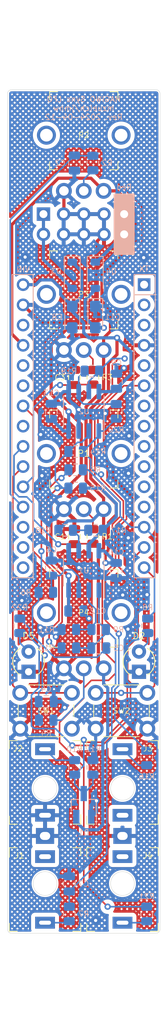
<source format=kicad_pcb>
(kicad_pcb (version 20240108) (generator "pcbnew") (generator_version "8.0")
  (layers (0 "F.Cu" signal) (31 "B.Cu" signal) (34 "B.Paste" user) (35 "F.Paste" user) (36 "B.SilkS" user "B.Silkscreen") (37 "F.SilkS" user "F.Silkscreen") (38 "B.Mask" user) (39 "F.Mask" user) (44 "Edge.Cuts" user))
  (net 0 "")
  (net 1 "+12V")
  (net 2 "GND")
  (net 3 "D10")
  (net 4 "+5V")
  (net 5 "A5")
  (net 6 "A3")
  (net 7 "D3")
  (net 8 "A1")
  (net 9 "A0")
  (net 10 "Net-(C5-Pad2)")
  (net 11 "Out")
  (net 13 "-12V")
  (net 17 "Net-(J1-PadT)")
  (net 18 "Net-(J2-PadT)")
  (net 19 "Net-(J3-PadT)")
  (net 20 "Net-(J4-PadT)")
  (net 21 "Net-(P1-PadW)")
  (net 22 "Net-(P2-PadW)")
  (net 23 "Net-(P3-PadW)")
  (net 24 "Net-(P4-PadW)")
  (net 27 "Net-(R14-Pad1)")
  (net 28 "-5VA")
  (net 31 "Net-(R19-Pad1)")
  (net 34 "D11")
  (net 35 "D12")
  (net 36 "A2")
  (net 37 "+3V3")
  (net 44 "Net-(U1A-+)")
  (net 45 "Net-(D2-A)")
  (net 46 "Net-(D3-A)")
  (net 47 "Net-(D4-K)")
  (net 48 "Net-(D5-A)")
  (net 49 "Net-(U1A--)")
  (net 50 "Net-(U2A--)")
  (net 51 "Net-(U1B--)")
  (net 52 "Net-(U2B--)")
  (footprint "Capacitor_SMD:C_0805_2012Metric" (layer "F.Cu") (at 58.9195 107.406 90)
    (property "Reference" "C1")
    (property "Value" "220p")
  )
  (footprint "Capacitor_SMD:C_0805_2012Metric" (layer "F.Cu") (at 58.9195 87.406 90)
    (property "Reference" "C3")
    (property "Value" "220p")
  )
  (footprint "LED_THT:LED_D3.0mm" (layer "F.Cu") (at 67.0505 124.39 90)
    (property "Reference" "D2")
    (property "Value" "LED" (hide yes))
  )
  (footprint "Connector_Audio_QingPu:Jack_3.5mm_QingPu_WQP-PJ301M-12" (layer "F.Cu") (at 64.975 139.04)
    (property "Reference" "J3")
    (property "Value" "BP_Inv_Out" (hide yes))
    (fp_circle (center 0 0) (end 1.5 0) (stroke (width 0.05)) (fill none) (layer "Edge.Cuts"))
  )
  (footprint "Connector_Audio_QingPu:Jack_3.5mm_QingPu_WQP-PJ301M-12" (layer "F.Cu") (at 64.975 151 180)
    (property "Reference" "J4")
    (property "Value" "BP_Out" (hide yes))
    (fp_circle (center 0 0) (end 1.5 0) (stroke (width 0.05)) (fill none) (layer "Edge.Cuts"))
  )
  (footprint "Potentiometer_THT_Additional:Potentiometer_AlpsAlpine_RK09L1140_wo_Fix" (layer "F.Cu") (at 60.1 96.96)
    (property "Reference" "P1")
    (property "Value" "B100K" (hide yes))
  )
  (footprint "Potentiometer_THT_Additional:Potentiometer_AlpsAlpine_RK09L1140" (layer "F.Cu") (at 60.1 56.96)
    (property "Reference" "P2")
    (property "Value" "B100K" (hide yes))
  )
  (footprint "Potentiometer_THT_Additional:Potentiometer_AlpsAlpine_RK09L1140_wo_Fix" (layer "F.Cu") (at 60.1 76.96)
    (property "Reference" "P3")
    (property "Value" "B100K" (hide yes))
  )
  (footprint "Potentiometer_THT_Additional:Potentiometer_AlpsAlpine_RK09L1140_wo_Fix" (layer "F.Cu") (at 60.1 116.96)
    (property "Reference" "P4")
    (property "Value" "B100K" (hide yes))
  )
  (footprint "Resistor_SMD:R_0805_2012Metric" (layer "F.Cu") (at 61.2495 87.386 90)
    (property "Reference" "R3")
    (property "Value" "470R")
  )
  (footprint "Resistor_SMD:R_0805_2012Metric" (layer "F.Cu") (at 61.2495 107.386 90)
    (property "Reference" "R1")
    (property "Value" "470R")
  )
  (footprint "Connector_Audio_QingPu:Jack_3.5mm_QingPu_WQP-PJ301M-12" (layer "F.Cu") (at 55.225 139.04)
    (property "Reference" "J2")
    (property "Value" "CLK In" (hide yes))
    (fp_circle (center 0 0) (end 1.5 0) (stroke (width 0.05)) (fill none) (layer "Edge.Cuts"))
  )
  (footprint "Connector_Audio_QingPu:Jack_3.5mm_QingPu_WQP-PJ301M-12" (layer "F.Cu") (at 55.225 151 180)
    (property "Reference" "J1")
    (property "Value" "UP_Out" (hide yes))
    (fp_circle (center 0 0) (end 1.5 0) (stroke (width 0.05)) (fill none) (layer "Edge.Cuts"))
  )
  (footprint "Button_Switch_THT:SW_PUSH_6mm" (layer "F.Cu") (at 52.1005 127.04)
    (property "Reference" "SW1")
    (property "Value" "Button" (hide yes))
  )
  (footprint "Button_Switch_THT:SW_PUSH_6mm" (layer "F.Cu") (at 61.6005 127.04)
    (property "Reference" "SW2")
    (property "Value" "Button" (hide yes))
  )
  (footprint "LED_THT:LED_D3.0mm" (layer "F.Cu") (at 53.1505 124.39 90)
    (property "Reference" "D5")
    (property "Value" "LED" (hide yes))
  )
  (footprint "Module:Arduino_Nano" (layer "B.Cu") (at 67.7 75.745 180)
    (property "Reference" "A1" (hide yes))
    (property "Value" "Arduino_Nano_v3.x" (hide yes))
  )
  (footprint "Capacitor_SMD:C_0805_2012Metric" (layer "B.Cu") (at 58.919936 60.459936 -90)
    (property "Reference" "C2")
    (property "Value" "220p")
  )
  (footprint "Capacitor_SMD:C_0805_2012Metric" (layer "B.Cu") (at 55.3645 128.14)
    (property "Reference" "C4")
    (property "Value" "220p")
  )
  (footprint "Capacitor_SMD:C_0805_2012Metric" (layer "B.Cu") (at 61.9995 121.41)
    (property "Reference" "C5")
    (property "Value" "6.8n")
  )
  (footprint "Capacitor_SMD:C_0805_2012Metric" (layer "B.Cu") (at 56.0205 111.36 -90)
    (property "Reference" "C6")
    (property "Value" "10n")
  )
  (footprint "Capacitor_SMD:C_0805_2012Metric" (layer "B.Cu") (at 58.2755 151.04 -90)
    (property "Reference" "C7")
    (property "Value" "100n")
  )
  (footprint "Capacitor_Tantalum_SMD:CP_EIA-3216-18_Kemet-A" (layer "B.Cu") (at 58.65 79.81 -90)
    (property "Reference" "C8")
    (property "Value" "10u" (hide yes))
  )
  (footprint "Capacitor_SMD:C_0805_2012Metric" (layer "B.Cu") (at 64.21 87.8805 -90)
    (property "Reference" "C9")
    (property "Value" "100n")
  )
  (footprint "Capacitor_SMD:C_0805_2012Metric" (layer "B.Cu") (at 64.18 111.66 90)
    (property "Reference" "C10")
    (property "Value" "100n")
  )
  (footprint "Capacitor_Tantalum_SMD:CP_EIA-3216-18_Kemet-A" (layer "B.Cu") (at 61.55 79.81 -90)
    (property "Reference" "C11")
    (property "Value" "10u" (hide yes))
  )
  (footprint "Capacitor_SMD:C_0805_2012Metric" (layer "B.Cu") (at 59.1005 116.75)
    (property "Reference" "C12")
    (property "Value" "100n")
  )
  (footprint "Capacitor_SMD:C_0805_2012Metric" (layer "B.Cu") (at 56.02 91.6605 90)
    (property "Reference" "C13")
    (property "Value" "100n")
  )
  (footprint "Package_TO_SOT_SMD:SOT-23_Handsoldering" (layer "B.Cu") (at 60.1 141.19 90)
    (property "Reference" "D1")
    (property "Value" "BAV99,215")
  )
  (footprint "Diode_SMD:D_SOD-123" (layer "B.Cu") (at 58.65 74.56 -90)
    (property "Reference" "D3")
    (property "Value" "1N5819")
  )
  (footprint "Diode_SMD:D_SOD-123" (layer "B.Cu") (at 61.55 74.56 -90)
    (property "Reference" "D4")
    (property "Value" "1N5819")
  )
  (footprint "CATs_Eurosynth_Specials:Power_2x5_Vertical" (layer "B.Cu") (at 55.025 66.88 -90)
    (property "Reference" "J5" (hide yes))
    (property "Value" "Power" (hide yes))
  )
  (footprint "Resistor_SMD:R_0805_2012Metric" (layer "B.Cu") (at 61.249936 60.459936 -90)
    (property "Reference" "R2")
    (property "Value" "470R")
  )
  (footprint "Resistor_SMD:R_0805_2012Metric" (layer "B.Cu") (at 55.3645 130.47)
    (property "Reference" "R4")
    (property "Value" "470R")
  )
  (footprint "Resistor_SMD:R_0805_2012Metric" (layer "B.Cu") (at 59.08 99.01)
    (property "Reference" "R5")
    (property "Value" "13k")
  )
  (footprint "Resistor_SMD:R_0805_2012Metric" (layer "B.Cu") (at 55.3205 114.41 180)
    (property "Reference" "R6")
    (property "Value" "27k")
  )
  (footprint "Resistor_SMD:R_0805_2012Metric" (layer "B.Cu") (at 58.2755 154.82 90)
    (property "Reference" "R7")
    (property "Value" "1k")
  )
  (footprint "Resistor_SMD:R_0805_2012Metric" (layer "B.Cu") (at 68.1505 118.61 90)
    (property "Reference" "R8")
    (property "Value" "300R")
  )
  (footprint "Resistor_SMD:R_0805_2012Metric" (layer "B.Cu") (at 61.9795 119.08 180)
    (property "Reference" "R9")
    (property "Value" "10k")
  )
  (footprint "Resistor_SMD:R_0805_2012Metric" (layer "B.Cu") (at 58.9495 136.41 90)
    (property "Reference" "R10")
    (property "Value" "1k")
  )
  (footprint "Resistor_SMD:R_0805_2012Metric" (layer "B.Cu") (at 61.2495 136.41 -90)
    (property "Reference" "R12")
    (property "Value" "100k")
  )
  (footprint "Resistor_SMD:R_0805_2012Metric" (layer "B.Cu") (at 58.2195 121.38)
    (property "Reference" "R13")
    (property "Value" "10k")
  )
  (footprint "Resistor_SMD:R_0805_2012Metric" (layer "B.Cu") (at 59.08 96.71 180)
    (property "Reference" "R14")
    (property "Value" "20k")
  )
  (footprint "Resistor_SMD:R_0805_2012Metric" (layer "B.Cu") (at 59.08 101.31)
    (property "Reference" "R15")
    (property "Value" "10k")
  )
  (footprint "Resistor_SMD:R_0805_2012Metric" (layer "B.Cu") (at 68.0245 135.22 90)
    (property "Reference" "R16")
    (property "Value" "1k")
  )
  (footprint "Resistor_SMD:R_0805_2012Metric" (layer "B.Cu") (at 61.5795 106.61 180)
    (property "Reference" "R17")
    (property "Value" "10k")
  )
  (footprint "Resistor_SMD:R_0805_2012Metric" (layer "B.Cu") (at 57.8195 106.61 180)
    (property "Reference" "R18")
    (property "Value" "10k")
  )
  (footprint "Resistor_SMD:R_0805_2012Metric" (layer "B.Cu") (at 61.12 86.6105 180)
    (property "Reference" "R19")
    (property "Value" "10k")
  )
  (footprint "Resistor_SMD:R_0805_2012Metric" (layer "B.Cu") (at 64.18 91.6605 -90)
    (property "Reference" "R20")
    (property "Value" "10k")
  )
  (footprint "Package_SO:SOIC-8_3.9x4.9mm_P1.27mm" (layer "B.Cu") (at 60.1 111.66 90)
    (property "Reference" "U1")
    (property "Value" "TL072" (hide yes))
  )
  (footprint "Package_SO:SOIC-8_3.9x4.9mm_P1.27mm" (layer "B.Cu") (at 60.1 91.6605 90)
    (property "Reference" "U2")
    (property "Value" "TL072" (hide yes))
  )
  (footprint "Resistor_SMD:R_0805_2012Metric" (layer "B.Cu") (at 68.0245 154.8195 90)
    (property "Reference" "R21")
    (property "Value" "1k")
  )
  (footprint "Resistor_SMD:R_0805_2012Metric" (layer "B.Cu") (at 58.2195 119.08)
    (property "Reference" "R11")
    (property "Value" "10k")
  )
  (footprint "Resistor_SMD:R_0805_2012Metric" (layer "B.Cu") (at 52.0505 118.61 90)
    (property "Reference" "R22")
    (property "Value" "300R")
  )
  (gr_line (start 50.5 156.75) (end 50.5 51.75) (stroke (width 0.05)) (layer "Edge.Cuts"))
  (gr_line (start 69.2 157.25) (end 51 157.25) (stroke (width 0.05)) (layer "Edge.Cuts"))
  (gr_arc (start 51 157.25) (mid 50.646447 157.103553) (end 50.5 156.75) (stroke (width 0.05)) (layer "Edge.Cuts"))
  (gr_arc (start 50.5 51.75) (mid 50.646447 51.396447) (end 51 51.25) (stroke (width 0.05)) (layer "Edge.Cuts"))
  (gr_arc (start 69.2 51.25) (mid 69.553553 51.396447) (end 69.7 51.75) (stroke (width 0.05)) (layer "Edge.Cuts"))
  (gr_line (start 51 51.25) (end 69.2 51.25) (stroke (width 0.05)) (layer "Edge.Cuts"))
  (gr_line (start 69.7 51.75) (end 69.7 156.75) (stroke (width 0.05)) (layer "Edge.Cuts"))
  (gr_arc (start 69.7 156.75) (mid 69.553553 157.103553) (end 69.2 157.25) (stroke (width 0.05)) (layer "Edge.Cuts"))
  (gr_text "HAGIWO Sync LFO\nmzuelch/jmnw\nRev. 2024-04-12" (at 60.1 53.56 0) (layer "B.SilkS") (effects (font (size 0.7 0.7) (thickness 0.0875)) (justify mirror)))
  (segment (start 63.2 109.101028) (end 63.2 105.6525) (width 0.4) (layer "F.Cu") (net 1))
  (segment (start 62.8045 109.496528) (end 63.2 109.101028) (width 0.4) (layer "F.Cu") (net 1))
  (segment (start 64.2845 84.528) (end 64.2845 82.428) (width 0.4) (layer "F.Cu") (net 1))
  (segment (start 62.8445 110.708) (end 62.8045 110.668) (width 0.4) (layer "F.Cu") (net 1))
  (segment (start 63.2 105.6525) (end 64.1845 104.668) (width 0.4) (layer "F.Cu") (net 1))
  (segment (start 64.1845 103.298) (end 60.9845 100.098) (width 0.4) (layer "F.Cu") (net 1))
  (segment (start 62.8045 110.668) (end 62.8045 109.496528) (width 0.4) (layer "F.Cu") (net 1))
  (segment (start 60.9845 100.098) (end 60.9845 91.336528) (width 0.4) (layer "F.Cu") (net 1))
  (segment (start 60.9845 91.336528) (end 63.2 89.121028) (width 0.4) (layer "F.Cu") (net 1))
  (segment (start 64.1845 104.668) (end 64.1845 103.298) (width 0.4) (layer "F.Cu") (net 1))
  (segment (start 63.2 85.6125) (end 64.2845 84.528) (width 0.4) (layer "F.Cu") (net 1))
  (segment (start 63.2 89.121028) (end 63.2 85.6125) (width 0.4) (layer "F.Cu") (net 1))
  (via (at 62.8445 110.708) (size 0.8) (drill 0.4) (layers "F.Cu" "B.Cu") (net 1))
  (via (at 64.2845 82.428) (size 0.8) (drill 0.4) (layers "F.Cu" "B.Cu") (net 1))
  (segment (start 66.0445 84.188) (end 64.2845 82.428) (width 0.4) (layer "B.Cu") (net 1))
  (segment (start 57.1945 77.0045) (end 57.1945 76.208) (width 0.4) (layer "B.Cu") (net 1))
  (segment (start 60.0945 81.148) (end 60.0945 81.778) (width 0.4) (layer "B.Cu") (net 1))
  (segment (start 54.0575 75.745) (end 52.46 75.745) (width 0.4) (layer "B.Cu") (net 1))
  (segment (start 58.65 78.433972) (end 58.65 78.46) (width 0.4) (layer "B.Cu") (net 1))
  (segment (start 57.1945 76.208) (end 56.1345 75.148) (width 0.4) (layer "B.Cu") (net 1))
  (segment (start 63.855 89.1855) (end 64.21 88.8305) (width 0.4) (layer "B.Cu") (net 1))
  (segment (start 62.8465 110.71) (end 62.8445 110.708) (width 0.4) (layer "B.Cu") (net 1))
  (segment (start 59.8445 77.239472) (end 58.65 78.433972) (width 0.4) (layer "B.Cu") (net 1))
  (segment (start 64.21 88.8305) (end 66.0445 86.996) (width 0.4) (layer "B.Cu") (net 1))
  (segment (start 64.18 110.71) (end 62.8465 110.71) (width 0.4) (layer "B.Cu") (net 1))
  (segment (start 62.655 109.185) (end 64.18 110.71) (width 0.4) (layer "B.Cu") (net 1))
  (segment (start 59.986986 80.445514) (end 60.0945 80.553028) (width 0.4) (layer "B.Cu") (net 1))
  (segment (start 60.0945 81.778) (end 60.7445 82.428) (width 0.4) (layer "B.Cu") (net 1))
  (segment (start 58.65 72.91) (end 59.8445 74.1045) (width 0.4) (layer "B.Cu") (net 1))
  (segment (start 62.005 109.185) (end 62.655 109.185) (width 0.4) (layer "B.Cu") (net 1))
  (segment (start 66.0445 86.996) (end 66.0445 84.188) (width 0.4) (layer "B.Cu") (net 1))
  (segment (start 59.8445 74.1045) (end 59.8445 77.239472) (width 0.4) (layer "B.Cu") (net 1))
  (segment (start 60.7445 82.428) (end 64.2845 82.428) (width 0.4) (layer "B.Cu") (net 1))
  (segment (start 54.6545 75.148) (end 54.0575 75.745) (width 0.4) (layer "B.Cu") (net 1))
  (segment (start 60.0945 80.553028) (end 60.0945 81.148) (width 0.4) (layer "B.Cu") (net 1))
  (segment (start 58.65 79.108528) (end 59.986986 80.445514) (width 0.4) (layer "B.Cu") (net 1))
  (segment (start 56.1345 75.148) (end 54.6545 75.148) (width 0.4) (layer "B.Cu") (net 1))
  (segment (start 62.005 89.1855) (end 63.855 89.1855) (width 0.4) (layer "B.Cu") (net 1))
  (segment (start 58.65 78.46) (end 58.65 79.108528) (width 0.4) (layer "B.Cu") (net 1))
  (segment (start 58.65 78.46) (end 57.1945 77.0045) (width 0.4) (layer "B.Cu") (net 1))
  (segment (start 62.645 69.42) (end 61.795 70.27) (width 0.4) (layer "F.Cu") (net 2))
  (segment (start 61.795 70.27) (end 61.795 78.6985) (width 0.4) (layer "F.Cu") (net 2))
  (segment (start 58.9195 85.2795) (end 57.6 83.96) (width 0.4) (layer "F.Cu") (net 2))
  (segment (start 62.5845 79.488) (end 61.5045 80.568) (width 0.4) (layer "F.Cu") (net 2))
  (segment (start 57.6 66.845) (end 57.565 66.88) (width 0.4) (layer "F.Cu") (net 2))
  (segment (start 54.743 80.568) (end 52.46 78.285) (width 0.4) (layer "F.Cu") (net 2))
  (segment (start 58.9195 106.456) (end 58.9195 105.2795) (width 0.4) (layer "F.Cu") (net 2))
  (segment (start 61.5045 80.568) (end 54.743 80.568) (width 0.4) (layer "F.Cu") (net 2))
  (segment (start 57.6 63.96) (end 57.6 66.845) (width 0.4) (layer "F.Cu") (net 2))
  (segment (start 61.795 78.6985) (end 62.5845 79.488) (width 0.4) (layer "F.Cu") (net 2))
  (segment (start 58.9195 86.456) (end 58.9195 85.2795) (width 0.4) (layer "F.Cu") (net 2))
  (segment (start 58.9195 105.2795) (end 57.6 103.96) (width 0.4) (layer "F.Cu") (net 2))
  (via (at 62.8045 91.928) (size 0.8) (drill 0.4) (layers "F.Cu" "B.Cu") (net 2))
  (via (at 60.7545 117.688) (size 0.8) (drill 0.4) (layers "F.Cu" "B.Cu") (net 2))
  (via (at 54.6145 118.828) (size 0.8) (drill 0.4) (layers "F.Cu" "B.Cu") (net 2))
  (via (at 59.465 91.4385) (size 0.8) (drill 0.4) (layers "F.Cu" "B.Cu") (net 2))
  (via (at 65.7945 94.748) (size 0.8) (drill 0.4) (layers "F.Cu" "B.Cu") (net 2))
  (via (at 61.5945 155.638) (size 0.8) (drill 0.4) (layers "F.Cu" "B.Cu") (net 2))
  (via (at 57.6845 128.878) (size 0.8) (drill 0.4) (layers "F.Cu" "B.Cu") (net 2))
  (via (at 65.6645 119.028) (size 0.8) (drill 0.4) (layers "F.Cu" "B.Cu") (net 2))
  (via (at 65.7245 99.458) (size 0.8) (drill 0.4) (layers "F.Cu" "B.Cu") (net 2))
  (via (at 52.7145 72.278) (size 0.8) (drill 0.4) (layers "F.Cu" "B.Cu") (net 2))
  (via (at 62.5845 79.488) (size 0.8) (drill 0.4) (layers "F.Cu" "B.Cu") (net 2))
  (via (at 54.6745 94.578) (size 0.8) (drill 0.4) (layers "F.Cu" "B.Cu") (net 2))
  (via (at 65.0045 114.748) (size 0.8) (drill 0.4) (layers "F.Cu" "B.Cu") (net 2))
  (via (at 54.8345 99.748) (size 0.8) (drill 0.4) (layers "F.Cu" "B.Cu") (net 2))
  (via (at 52.3045 115.438) (size 0.8) (drill 0.4) (layers "F.Cu" "B.Cu") (net 2))
  (via (at 61.7 140.6) (size 0.8) (drill 0.4) (layers "F.Cu" "B.Cu") (net 2))
  (via (at 67.6445 72.348) (size 0.8) (drill 0.4) (layers "F.Cu" "B.Cu") (net 2))
  (via (at 64.8 129.4) (size 0.8) (drill 0.4) (layers "F.Cu" "B.Cu") (net 2))
  (via (at 56.5845 119.988) (size 0.8) (drill 0.4) (layers "F.Cu" "B.Cu") (net 2))
  (via (at 59.4845 111.298) (size 0.8) (drill 0.4) (layers "F.Cu" "B.Cu") (net 2))
  (via (at 65.1545 86.228) (size 0.8) (drill 0.4) (layers "F.Cu" "B.Cu") (net 2))
  (via (at 65.7045 107.558) (size 0.8) (drill 0.4) (layers "F.Cu" "B.Cu") (net 2))
  (via (at 68.0645 114.698) (size 0.8) (drill 0.4) (layers "F.Cu" "B.Cu") (net 2))
  (segment (start 60.0505 116.75) (end 60.0505 116.984) (width 0.4) (layer "B.Cu") (net 2))
  (segment (start 61.6005 135.1465) (end 61.6005 131.54) (width 0.4) (layer "B.Cu") (net 2))
  (segment (start 61.2495 135.4975) (end 61.6005 135.1465) (width 0.4) (layer "B.Cu") (net 2))
  (segment (start 61.5565 78.46) (end 62.5845 79.488) (width 0.4) (layer "B.Cu") (net 2))
  (segment (start 61.7 142.04) (end 61.7 140.6) (width 0.4) (layer "B.Cu") (net 2))
  (segment (start 64.18 112.61) (end 60.7965 112.61) (width 0.4) (layer "B.Cu") (net 2))
  (segment (start 58.195 109.185) (end 58.195 110.0085) (width 0.4) (layer "B.Cu") (net 2))
  (segment (start 61.55 78.46) (end 61.5565 78.46) (width 0.4) (layer "B.Cu") (net 2))
  (segment (start 60.0505 116.984) (end 60.7545 117.688) (width 0.4) (layer "B.Cu") (net 2))
  (segment (start 64.21 86.9305) (end 64.452 86.9305) (width 0.4) (layer "B.Cu") (net 2))
  (segment (start 58.195 110.0085) (end 59.4845 111.298) (width 0.4) (layer "B.Cu") (net 2))
  (segment (start 57.307 119.08) (end 57.307 119.2655) (width 0.4) (layer "B.Cu") (net 2))
  (segment (start 57.545 89.1855) (end 56.02 90.7105) (width 0.4) (layer "B.Cu") (net 2))
  (segment (start 58.195 89.1855) (end 57.545 89.1855) (width 0.4) (layer "B.Cu") (net 2))
  (segment (start 59.465 94.1355) (end 59.465 91.4385) (width 0.4) (layer "B.Cu") (net 2))
  (segment (start 57.307 119.2655) (end 56.5845 119.988) (width 0.4) (layer "B.Cu") (net 2))
  (segment (start 58.195 90.1685) (end 58.195 89.1855) (width 0.4) (layer "B.Cu") (net 2))
  (segment (start 64.452 86.9305) (end 65.1545 86.228) (width 0.4) (layer "B.Cu") (net 2))
  (segment (start 59.465 91.4385) (end 58.195 90.1685) (width 0.4) (layer "B.Cu") (net 2))
  (segment (start 60.7965 112.61) (end 59.4845 111.298) (width 0.4) (layer "B.Cu") (net 2))
  (segment (start 61.05 142.69) (end 61.7 142.04) (width 0.4) (layer "B.Cu") (net 2))
  (segment (start 69.0045 107.5295) (end 67.7 106.225) (width 0.2) (layer "B.Cu") (net 3))
  (segment (start 69.0045 107.5295) (end 69.0045 116.8435) (width 0.2) (layer "B.Cu") (net 3))
  (segment (start 59.9925 99.01) (end 60.6465 99.01) (width 0.2) (layer "B.Cu") (net 3))
  (segment (start 64.6945 103.058) (end 64.6945 104.858) (width 0.2) (layer "B.Cu") (net 3))
  (segment (start 60.6465 99.01) (end 64.6945 103.058) (width 0.2) (layer "B.Cu") (net 3))
  (segment (start 69.0045 116.8435) (end 68.1505 117.6975) (width 0.2) (layer "B.Cu") (net 3))
  (segment (start 64.6945 104.858) (end 66.0615 106.225) (width 0.2) (layer "B.Cu") (net 3))
  (segment (start 66.0615 106.225) (end 67.7 106.225) (width 0.2) (layer "B.Cu") (net 3))
  (segment (start 62.395 77.878) (end 62.395 74.3975) (width 0.4) (layer "F.Cu") (net 4))
  (segment (start 51.0245 68.228) (end 51.0245 81.9295) (width 0.4) (layer "F.Cu") (net 4))
  (segment (start 61.9345 123.2945) (end 62.6 123.96) (width 0.4) (layer "F.Cu") (net 4))
  (segment (start 60.3845 91.088) (end 62.6 88.8725) (width 0.4) (layer "F.Cu") (net 4))
  (segment (start 62.395 74.3975) (end 66.6345 70.158) (width 0.4) (layer "F.Cu") (net 4))
  (segment (start 62.6 63.96) (end 61.008 62.368) (width 0.4) (layer "F.Cu") (net 4))
  (segment (start 62.6 103.96) (end 62.6 108.8525) (width 0.4) (layer "F.Cu") (net 4))
  (segment (start 66.6345 66.268) (end 64.3265 63.96) (width 0.4) (layer "F.Cu") (net 4))
  (segment (start 62.6 108.8525) (end 61.9345 109.518) (width 0.4) (layer "F.Cu") (net 4))
  (segment (start 61.9345 109.518) (end 61.9345 123.2945) (width 0.4) (layer "F.Cu") (net 4))
  (segment (start 62.6 88.8725) (end 62.6 83.96) (width 0.4) (layer "F.Cu") (net 4))
  (segment (start 63.4645 81.598) (end 63.4645 78.9475) (width 0.4) (layer "F.Cu") (net 4))
  (segment (start 60.3845 100.346528) (end 60.3845 91.088) (width 0.4) (layer "F.Cu") (net 4))
  (segment (start 62.6 102.562028) (end 60.3845 100.346528) (width 0.4) (layer "F.Cu") (net 4))
  (segment (start 66.6345 70.158) (end 66.6345 66.268) (width 0.4) (layer "F.Cu") (net 4))
  (segment (start 61.008 62.368) (end 56.8845 62.368) (width 0.4) (layer "F.Cu") (net 4))
  (segment (start 62.6 82.4625) (end 63.4645 81.598) (width 0.4) (layer "F.Cu") (net 4))
  (segment (start 64.3265 63.96) (end 62.6 63.96) (width 0.4) (layer "F.Cu") (net 4))
  (segment (start 56.8845 62.368) (end 51.0245 68.228) (width 0.4) (layer "F.Cu") (net 4))
  (segment (start 63.4645 78.9475) (end 62.395 77.878) (width 0.4) (layer "F.Cu") (net 4))
  (segment (start 62.6 103.96) (end 62.6 102.562028) (width 0.4) (layer "F.Cu") (net 4))
  (segment (start 62.6 83.96) (end 62.6 82.4625) (width 0.4) (layer "F.Cu") (net 4))
  (segment (start 51.0245 81.9295) (end 52.46 83.365) (width 0.4) (layer "F.Cu") (net 4))
  (segment (start 59.15 142.69) (end 59.15 143.24) (width 0.4) (layer "B.Cu") (net 4))
  (segment (start 62.6 125.9035) (end 62.6 123.96) (width 0.4) (layer "B.Cu") (net 4))
  (segment (start 56.907 106.61) (end 58.089 105.428) (width 0.4) (layer "B.Cu") (net 4))
  (segment (start 59.15 143.24) (end 60.16 144.25) (width 0.4) (layer "B.Cu") (net 4))
  (segment (start 63.1245 132.468) (end 63.1245 126.428) (width 0.4) (layer "B.Cu") (net 4))
  (segment (start 58.089 105.428) (end 61.132 105.428) (width 0.4) (layer "B.Cu") (net 4))
  (segment (start 60.16 144.25) (end 61.85 144.25) (width 0.4) (layer "B.Cu") (net 4))
  (segment (start 61.132 105.428) (end 62.6 103.96) (width 0.4) (layer "B.Cu") (net 4))
  (segment (start 62.5 143.6) (end 62.5 133.0925) (width 0.4) (layer "B.Cu") (net 4))
  (segment (start 61.85 144.25) (end 62.5 143.6) (width 0.4) (layer "B.Cu") (net 4))
  (segment (start 63.1245 126.428) (end 62.6 125.9035) (width 0.4) (layer "B.Cu") (net 4))
  (segment (start 62.5 133.0925) (end 63.1245 132.468) (width 0.4) (layer "B.Cu") (net 4))
  (segment (start 54.9645 119.992314) (end 56.9745 117.982314) (width 0.2) (layer "F.Cu") (net 5))
  (segment (start 54.9645 122.111559) (end 54.9645 119.992314) (width 0.2) (layer "F.Cu") (net 5))
  (segment (start 53.7245 109.213685) (end 53.7245 92.2495) (width 0.2) (layer "F.Cu") (net 5))
  (segment (start 55.183564 122.330623) (end 54.9645 122.111559) (width 0.2) (layer "F.Cu") (net 5))
  (segment (start 56.9745 112.463686) (end 53.7245 109.213685) (width 0.2) (layer "F.Cu") (net 5))
  (segment (start 53.7245 92.2495) (end 52.46 90.985) (width 0.2) (layer "F.Cu") (net 5))
  (segment (start 56.9745 117.982314) (end 56.9745 112.463686) (width 0.2) (layer "F.Cu") (net 5))
  (via (at 55.183564 122.330623) (size 0.8) (drill 0.4) (layers "F.Cu" "B.Cu") (net 5))
  (segment (start 54.552 130.47) (end 54.552 130.0025) (width 0.2) (layer "B.Cu") (net 5))
  (segment (start 54.4145 126.983685) (end 54.4145 128.14) (width 0.2) (layer "B.Cu") (net 5))
  (segment (start 54.452 128.1775) (end 54.4145 128.14) (width 0.2) (layer "B.Cu") (net 5))
  (segment (start 55.183564 122.330623) (end 54.8845 122.629687) (width 0.2) (layer "B.Cu") (net 5))
  (segment (start 54.8845 126.513685) (end 54.4145 126.983685) (width 0.2) (layer "B.Cu") (net 5))
  (segment (start 54.452 130.47) (end 54.452 128.1775) (width 0.2) (layer "B.Cu") (net 5))
  (segment (start 54.8845 122.629687) (end 54.8845 126.513685) (width 0.2) (layer "B.Cu") (net 5))
  (segment (start 61.2495 108.2985) (end 58.977 108.2985) (width 0.2) (layer "F.Cu") (net 6))
  (segment (start 56.8865 108.356) (end 58.9195 108.356) (width 0.2) (layer "F.Cu") (net 6))
  (segment (start 58.977 108.2985) (end 58.9195 108.356) (width 0.2) (layer "F.Cu") (net 6))
  (segment (start 56.8845 108.358) (end 56.8865 108.356) (width 0.2) (layer "F.Cu") (net 6))
  (via (at 56.8845 108.358) (size 0.8) (drill 0.4) (layers "F.Cu" "B.Cu") (net 6))
  (segment (start 51.3145 97.2105) (end 51.3145 101.778) (width 0.2) (layer "B.Cu") (net 6))
  (segment (start 52.9245 102.408) (end 53.6345 103.118) (width 0.2) (layer "B.Cu") (net 6))
  (segment (start 53.6345 103.118) (end 53.7745 103.258) (width 0.2) (layer "B.Cu") (net 6))
  (segment (start 51.8445 102.308) (end 51.9445 102.408) (width 0.2) (layer "B.Cu") (net 6))
  (segment (start 51.9445 102.408) (end 52.8145 102.408) (width 0.2) (layer "B.Cu") (net 6))
  (segment (start 53.7745 104.278) (end 53.7745 105.248) (width 0.2) (layer "B.Cu") (net 6))
  (segment (start 53.7745 103.258) (end 53.7745 104.278) (width 0.2) (layer "B.Cu") (net 6))
  (segment (start 53.7745 105.248) (end 56.8845 108.358) (width 0.2) (layer "B.Cu") (net 6))
  (segment (start 52.46 96.065) (end 51.3145 97.2105) (width 0.2) (layer "B.Cu") (net 6))
  (segment (start 51.3145 101.778) (end 51.8445 102.308) (width 0.2) (layer "B.Cu") (net 6))
  (segment (start 52.8145 102.408) (end 52.9245 102.408) (width 0.2) (layer "B.Cu") (net 6))
  (segment (start 65.4845 102.759522) (end 63.0445 100.319522) (width 0.2) (layer "F.Cu") (net 7))
  (segment (start 65.2245 125.583686) (end 65.2245 121.142314) (width 0.2) (layer "F.Cu") (net 7))
  (segment (start 65.14882 88.445) (end 67.7 88.445) (width 0.2) (layer "F.Cu") (net 7))
  (segment (start 64.5 106.190978) (end 65.4845 105.206478) (width 0.2) (layer "F.Cu") (net 7))
  (segment (start 60.1 132.95) (end 60.4 133.25) (width 0.2) (layer "F.Cu") (net 7))
  (segment (start 62.284314 133.25) (end 65.5845 129.949814) (width 0.2) (layer "F.Cu") (net 7))
  (segment (start 63.0445 97.378) (end 61.8845 96.218) (width 0.2) (layer "F.Cu") (net 7))
  (segment (start 63.0445 100.319522) (end 63.0445 97.378) (width 0.2) (layer "F.Cu") (net 7))
  (segment (start 60.4 133.25) (end 62.284314 133.25) (width 0.2) (layer "F.Cu") (net 7))
  (segment (start 64.5 111.2035) (end 64.5 106.190978) (width 0.2) (layer "F.Cu") (net 7))
  (segment (start 66.5445 119.822314) (end 66.5445 113.248) (width 0.2) (layer "F.Cu") (net 7))
  (segment (start 65.5845 125.943685) (end 65.2245 125.583686) (width 0.2) (layer "F.Cu") (net 7))
  (segment (start 61.8845 91.70932) (end 65.14882 88.445) (width 0.2) (layer "F.Cu") (net 7))
  (segment (start 65.4845 105.206478) (end 65.4845 102.759522) (width 0.2) (layer "F.Cu") (net 7))
  (segment (start 65.2245 121.142314) (end 66.5445 119.822314) (width 0.2) (layer "F.Cu") (net 7))
  (segment (start 65.5845 129.949814) (end 65.5845 125.943685) (width 0.2) (layer "F.Cu") (net 7))
  (segment (start 66.5445 113.248) (end 64.5 111.2035) (width 0.2) (layer "F.Cu") (net 7))
  (segment (start 61.8845 96.218) (end 61.8845 91.70932) (width 0.2) (layer "F.Cu") (net 7))
  (via (at 60.1 132.95) (size 0.8) (drill 0.4) (layers "F.Cu" "B.Cu") (net 7))
  (segment (start 58.9495 137.3225) (end 60.1 136.172) (width 0.2) (layer "B.Cu") (net 7))
  (segment (start 58.9495 138.5395) (end 58.9495 137.3225) (width 0.2) (layer "B.Cu") (net 7))
  (segment (start 60.1 136.172) (end 60.1 132.95) (width 0.2) (layer "B.Cu") (net 7))
  (segment (start 61.2495 138.5405) (end 61.2495 137.3225) (width 0.2) (layer "B.Cu") (net 7))
  (segment (start 60.1 139.69) (end 58.9495 138.5395) (width 0.2) (layer "B.Cu") (net 7))
  (segment (start 60.1 139.69) (end 61.2495 138.5405) (width 0.2) (layer "B.Cu") (net 7))
  (segment (start 57.1165 88.356) (end 57.1145 88.358) (width 0.2) (layer "F.Cu") (net 8))
  (segment (start 58.9195 88.356) (end 57.1165 88.356) (width 0.2) (layer "F.Cu") (net 8))
  (segment (start 58.977 88.2985) (end 58.9195 88.356) (width 0.2) (layer "F.Cu") (net 8))
  (segment (start 61.2495 88.2985) (end 58.977 88.2985) (width 0.2) (layer "F.Cu") (net 8))
  (via (at 57.1145 88.358) (size 0.8) (drill 0.4) (layers "F.Cu" "B.Cu") (net 8))
  (segment (start 53.7545 99.8505) (end 53.7545 91.208) (width 0.2) (layer "B.Cu") (net 8))
  (segment (start 52.46 101.145) (end 53.7545 99.8505) (width 0.2) (layer "B.Cu") (net 8))
  (segment (start 53.7545 91.208) (end 56.6045 88.358) (width 0.2) (layer "B.Cu") (net 8))
  (segment (start 56.6045 88.358) (end 57.1145 88.358) (width 0.2) (layer "B.Cu") (net 8))
  (segment (start 50.8445 102.0695) (end 50.8445 67.585372) (width 0.2) (layer "B.Cu") (net 9))
  (segment (start 61.249936 59.547436) (end 58.957436 59.547436) (width 0.2) (layer "B.Cu") (net 9))
  (segment (start 52.46 103.685) (end 50.8445 102.0695) (width 0.2) (layer "B.Cu") (net 9))
  (segment (start 50.8445 67.585372) (end 58.919936 59.509936) (width 0.2) (layer "B.Cu") (net 9))
  (segment (start 58.957436 59.547436) (end 58.919936 59.509936) (width 0.2) (layer "B.Cu") (net 9))
  (segment (start 54.765 102.2875) (end 57.0045 100.048) (width 0.2) (layer "F.Cu") (net 10))
  (segment (start 54.765 109.238) (end 54.765 102.2875) (width 0.2) (layer "F.Cu") (net 10))
  (segment (start 57.0045 100.048) (end 57.2945 100.048) (width 0.2) (layer "F.Cu") (net 10))
  (via (at 57.2945 100.048) (size 0.8) (drill 0.4) (layers "F.Cu" "B.Cu") (net 10))
  (via (at 54.765 109.238) (size 0.8) (drill 0.4) (layers "F.Cu" "B.Cu") (net 10))
  (segment (start 58.1675 99.175) (end 57.2945 100.048) (width 0.2) (layer "B.Cu") (net 10))
  (segment (start 54.408 114.41) (end 54.408 113.4845) (width 0.2) (layer "B.Cu") (net 10))
  (segment (start 53.7545 116.178) (end 54.408 115.5245) (width 0.2) (layer "B.Cu") (net 10))
  (segment (start 54.408 115.5245) (end 54.408 114.41) (width 0.2) (layer "B.Cu") (net 10))
  (segment (start 54.4045 114.4065) (end 54.408 114.41) (width 0.2) (layer "B.Cu") (net 10))
  (segment (start 53.6445 116.288) (end 53.7545 116.178) (width 0.2) (layer "B.Cu") (net 10))
  (segment (start 53.6445 119.802315) (end 53.6445 116.288) (width 0.2) (layer "B.Cu") (net 10))
  (segment (start 56.400185 122.558) (end 53.6445 119.802315) (width 0.2) (layer "B.Cu") (net 10))
  (segment (start 54.408 113.4845) (end 54.765 113.1275) (width 0.2) (layer "B.Cu") (net 10))
  (segment (start 61.8015 122.558) (end 56.400185 122.558) (width 0.2) (layer "B.Cu") (net 10))
  (segment (start 58.1675 99.01) (end 58.1675 99.175) (width 0.2) (layer "B.Cu") (net 10))
  (segment (start 62.9495 121.41) (end 61.8015 122.558) (width 0.2) (layer "B.Cu") (net 10))
  (segment (start 54.765 109.238) (end 54.765 113.1275) (width 0.2) (layer "B.Cu") (net 10))
  (segment (start 64.1045 125.958) (end 64.1045 120.2925) (width 0.2) (layer "B.Cu") (net 11))
  (segment (start 58.2755 151.99) (end 63 147.2655) (width 0.2) (layer "B.Cu") (net 11))
  (segment (start 62.892 119.08) (end 62.892 119.5675) (width 0.2) (layer "B.Cu") (net 11))
  (segment (start 62.005 114.135) (end 62.005 118.193) (width 0.2) (layer "B.Cu") (net 11))
  (segment (start 58.2755 153.9075) (end 58.2755 151.99) (width 0.2) (layer "B.Cu") (net 11))
  (segment (start 59.162 121.41) (end 59.132 121.38) (width 0.2) (layer "B.Cu") (net 11))
  (segment (start 61.0495 121.41) (end 59.162 121.41) (width 0.2) (layer "B.Cu") (net 11))
  (segment (start 63.6245 132.675106) (end 63.6245 126.438) (width 0.2) (layer "B.Cu") (net 11))
  (segment (start 63 133.299606) (end 63.6245 132.675106) (width 0.2) (layer "B.Cu") (net 11))
  (segment (start 63 147.2655) (end 63 133.299606) (width 0.2) (layer "B.Cu") (net 11))
  (segment (start 63.6245 126.438) (end 64.1045 125.958) (width 0.2) (layer "B.Cu") (net 11))
  (segment (start 62.892 119.5675) (end 61.0495 121.41) (width 0.2) (layer "B.Cu") (net 11))
  (segment (start 64.1045 120.2925) (end 62.892 119.08) (width 0.2) (layer "B.Cu") (net 11))
  (segment (start 62.005 118.193) (end 62.892 119.08) (width 0.2) (layer "B.Cu") (net 11))
  (segment (start 59.7845 93.298) (end 59.7845 99.478) (width 0.4) (layer "F.Cu") (net 13))
  (segment (start 62.6245 81.168) (end 58.1245 81.168) (width 0.4) (layer "F.Cu") (net 13))
  (segment (start 55.9645 104.158) (end 55.9645 110.108) (width 0.4) (layer "F.Cu") (net 13))
  (segment (start 55.9645 103.298) (end 55.9645 104.158) (width 0.4) (layer "F.Cu") (net 13))
  (segment (start 58.1245 81.168) (end 55.9945 83.298) (width 0.4) (layer "F.Cu") (net 13))
  (segment (start 55.9645 110.108) (end 58.1845 112.328) (width 0.4) (layer "F.Cu") (net 13))
  (segment (start 59.7845 99.478) (end 55.9645 103.298) (width 0.4) (layer "F.Cu") (net 13))
  (segment (start 55.9945 88.5475) (end 55.9945 89.508) (width 0.4) (layer "F.Cu") (net 13))
  (segment (start 58.1845 91.698) (end 59.7845 93.298) (width 0.4) (layer "F.Cu") (net 13))
  (segment (start 55.9945 89.508) (end 58.1845 91.698) (width 0.4) (layer "F.Cu") (net 13))
  (segment (start 55.9945 83.298) (end 55.9945 88.5475) (width 0.4) (layer "F.Cu") (net 13))
  (via (at 58.1845 91.698) (size 0.8) (drill 0.4) (layers "F.Cu" "B.Cu") (net 13))
  (via (at 58.1845 112.328) (size 0.8) (drill 0.4) (layers "F.Cu" "B.Cu") (net 13))
  (via (at 62.6245 81.168) (size 0.8) (drill 0.4) (layers "F.Cu" "B.Cu") (net 13))
  (segment (start 58.195 116.7055) (end 58.1505 116.75) (width 0.4) (layer "B.Cu") (net 13))
  (segment (start 61.55 76.3825) (end 60.2745 77.658) (width 0.4) (layer "B.Cu") (net 13))
  (segment (start 58.195 94.1355) (end 58.195 91.7085) (width 0.4) (layer "B.Cu") (net 13))
  (segment (start 57.545 94.1355) (end 56.02 92.6105) (width 0.4) (layer "B.Cu") (net 13))
  (segment (start 61.55 76.21) (end 61.55 76.3825) (width 0.4) (layer "B.Cu") (net 13))
  (segment (start 62.6165 81.16) (end 62.6245 81.168) (width 0.4) (layer "B.Cu") (net 13))
  (segment (start 58.195 94.1355) (end 57.545 94.1355) (width 0.4) (layer "B.Cu") (net 13))
  (segment (start 60.2745 79.8845) (end 61.55 81.16) (width 0.4) (layer "B.Cu") (net 13))
  (segment (start 58.195 112.3385) (end 58.1845 112.328) (width 0.4) (layer "B.Cu") (net 13))
  (segment (start 61.55 81.16) (end 62.6165 81.16) (width 0.4) (layer "B.Cu") (net 13))
  (segment (start 58.195 114.135) (end 58.195 116.7055) (width 0.4) (layer "B.Cu") (net 13))
  (segment (start 60.2745 77.658) (end 60.2745 79.8845) (width 0.4) (layer "B.Cu") (net 13))
  (segment (start 58.195 91.7085) (end 58.1845 91.698) (width 0.4) (layer "B.Cu") (net 13))
  (segment (start 58.195 114.135) (end 58.195 112.3385) (width 0.4) (layer "B.Cu") (net 13))
  (segment (start 58.088 155.92) (end 58.2755 155.7325) (width 0.2) (layer "B.Cu") (net 17))
  (segment (start 55.225 155.92) (end 58.088 155.92) (width 0.2) (layer "B.Cu") (net 17))
  (segment (start 56.6025 135.4975) (end 55.225 134.12) (width 0.2) (layer "B.Cu") (net 18))
  (segment (start 58.9495 135.4975) (end 56.6025 135.4975) (width 0.2) (layer "B.Cu") (net 18))
  (segment (start 64.975 134.12) (end 66.9875 136.1325) (width 0.2) (layer "B.Cu") (net 19))
  (segment (start 66.9875 136.1325) (end 68.0245 136.1325) (width 0.2) (layer "B.Cu") (net 19))
  (segment (start 64.975 155.92) (end 67.8365 155.92) (width 0.2) (layer "B.Cu") (net 20))
  (segment (start 67.8365 155.92) (end 68.0245 155.732) (width 0.2) (layer "B.Cu") (net 20))
  (segment (start 61.2495 106.4735) (end 61.2495 105.1095) (width 0.2) (layer "F.Cu") (net 21))
  (segment (start 61.2495 105.1095) (end 60.1 103.96) (width 0.2) (layer "F.Cu") (net 21))
  (segment (start 60.1 63.96) (end 60.1 62.522372) (width 0.2) (layer "B.Cu") (net 22))
  (segment (start 60.1 62.522372) (end 61.249936 61.372436) (width 0.2) (layer "B.Cu") (net 22))
  (segment (start 61.2495 86.4735) (end 61.2495 85.1095) (width 0.2) (layer "F.Cu") (net 23))
  (segment (start 61.2495 85.1095) (end 60.1 83.96) (width 0.2) (layer "F.Cu") (net 23))
  (segment (start 56.277 130.47) (end 57.2725 130.47) (width 0.2) (layer "B.Cu") (net 24))
  (segment (start 57.2725 130.47) (end 60.1 127.6425) (width 0.2) (layer "B.Cu") (net 24))
  (segment (start 60.1 123.96) (end 60.1 127.6425) (width 0.2) (layer "B.Cu") (net 24))
  (segment (start 65.0845 105.040793) (end 64.1 106.025292) (width 0.2) (layer "F.Cu") (net 27))
  (segment (start 62.8345 112.463685) (end 62.8345 117.938) (width 0.2) (layer "F.Cu") (net 27))
  (segment (start 64.1 111.198186) (end 62.8345 112.463685) (width 0.2) (layer "F.Cu") (net 27))
  (segment (start 62.8345 117.938) (end 64.5045 119.608) (width 0.2) (layer "F.Cu") (net 27))
  (segment (start 64.1 106.025292) (end 64.1 111.198186) (width 0.2) (layer "F.Cu") (net 27))
  (segment (start 65.0845 102.925209) (end 65.0845 105.040793) (width 0.2) (layer "F.Cu") (net 27))
  (segment (start 62.2745 100.115208) (end 62.2745 99.588) (width 0.2) (layer "F.Cu") (net 27))
  (segment (start 62.2745 100.115208) (end 65.0845 102.925209) (width 0.2) (layer "F.Cu") (net 27))
  (via (at 62.2745 99.588) (size 0.8) (drill 0.4) (layers "F.Cu" "B.Cu") (net 27))
  (via (at 64.5045 119.608) (size 0.8) (drill 0.4) (layers "F.Cu" "B.Cu") (net 27))
  (segment (start 64.5045 126.123686) (end 64.0245 126.603686) (width 0.2) (layer "B.Cu") (net 27))
  (segment (start 62.2445 99.618) (end 61.820186 99.618) (width 0.2) (layer "B.Cu") (net 27))
  (segment (start 64.0245 126.603686) (end 64.0245 130.3075) (width 0.2) (layer "B.Cu") (net 27))
  (segment (start 60.9945 97.712) (end 59.9925 96.71) (width 0.2) (layer "B.Cu") (net 27))
  (segment (start 62.2745 99.588) (end 62.2445 99.618) (width 0.2) (layer "B.Cu") (net 27))
  (segment (start 64.5045 123.768) (end 64.5045 119.608) (width 0.2) (layer "B.Cu") (net 27))
  (segment (start 62.005 94.6975) (end 59.9925 96.71) (width 0.2) (layer "B.Cu") (net 27))
  (segment (start 61.820186 99.618) (end 60.9945 98.792314) (width 0.2) (layer "B.Cu") (net 27))
  (segment (start 64.0245 130.3075) (end 68.0245 134.3075) (width 0.2) (layer "B.Cu") (net 27))
  (segment (start 64.5045 123.768) (end 64.5045 126.123686) (width 0.2) (layer "B.Cu") (net 27))
  (segment (start 62.005 94.1355) (end 62.005 94.6975) (width 0.2) (layer "B.Cu") (net 27))
  (segment (start 64.18 92.573) (end 62.6175 94.1355) (width 0.2) (layer "B.Cu") (net 27))
  (segment (start 60.9945 98.792314) (end 60.9945 97.712) (width 0.2) (layer "B.Cu") (net 27))
  (segment (start 62.6175 94.1355) (end 62.005 94.1355) (width 0.2) (layer "B.Cu") (net 27))
  (segment (start 64.1945 103.268) (end 64.1945 104.9075) (width 0.4) (layer "B.Cu") (net 28))
  (segment (start 60.735 109.185) (end 60.735 108.367) (width 0.4) (layer "B.Cu") (net 28))
  (segment (start 60.735 108.367) (end 62.492 106.61) (width 0.4) (layer "B.Cu") (net 28))
  (segment (start 64.1945 104.9075) (end 62.492 106.61) (width 0.4) (layer "B.Cu") (net 28))
  (segment (start 59.9925 101.31) (end 62.2365 101.31) (width 0.4) (layer "B.Cu") (net 28))
  (segment (start 62.2365 101.31) (end 64.1945 103.268) (width 0.4) (layer "B.Cu") (net 28))
  (segment (start 60.1 150.9035) (end 60.1 136.3) (width 0.2) (layer "F.Cu") (net 31))
  (segment (start 61.4845 99.890894) (end 61.4845 91.543634) (width 0.2) (layer "F.Cu") (net 31))
  (segment (start 64.5145 85.028) (end 65.2445 85.028) (width 0.2) (layer "F.Cu") (net 31))
  (segment (start 62.4345 112.298) (end 63.7 111.0325) (width 0.2) (layer "F.Cu") (net 31))
  (segment (start 60.0945 126.428) (end 61.0545 125.468) (width 0.2) (layer "F.Cu") (net 31))
  (segment (start 63.2145 125.468) (end 64.1045 124.578) (width 0.2) (layer "F.Cu") (net 31))
  (segment (start 63.7 105.859606) (end 64.6845 104.875107) (width 0.2) (layer "F.Cu") (net 31))
  (segment (start 63.1035 153.907) (end 60.1 150.9035) (width 0.2) (layer "F.Cu") (net 31))
  (segment (start 61.0545 125.468) (end 63.2145 125.468) (width 0.2) (layer "F.Cu") (net 31))
  (segment (start 57.05 133.25) (end 57.05 130.75) (width 0.2) (layer "F.Cu") (net 31))
  (segment (start 62.4345 121.658) (end 62.4345 112.298) (width 0.2) (layer "F.Cu") (net 31))
  (segment (start 57.05 130.75) (end 60.0945 127.7055) (width 0.2) (layer "F.Cu") (net 31))
  (segment (start 63.7 111.0325) (end 63.7 105.859606) (width 0.2) (layer "F.Cu") (net 31))
  (segment (start 63.7 85.8425) (end 64.5145 85.028) (width 0.2) (layer "F.Cu") (net 31))
  (segment (start 60.1 136.3) (end 57.05 133.25) (width 0.2) (layer "F.Cu") (net 31))
  (segment (start 64.1045 123.328) (end 62.4345 121.658) (width 0.2) (layer "F.Cu") (net 31))
  (segment (start 63.7 89.328134) (end 63.7 85.8425) (width 0.2) (layer "F.Cu") (net 31))
  (segment (start 64.6845 103.090894) (end 61.4845 99.890894) (width 0.2) (layer "F.Cu") (net 31))
  (segment (start 64.6845 104.875107) (end 64.6845 103.090894) (width 0.2) (layer "F.Cu") (net 31))
  (segment (start 64.1045 124.578) (end 64.1045 123.328) (width 0.2) (layer "F.Cu") (net 31))
  (segment (start 61.4845 91.543634) (end 63.7 89.328134) (width 0.2) (layer "F.Cu") (net 31))
  (segment (start 60.0945 127.7055) (end 60.0945 126.428) (width 0.2) (layer "F.Cu") (net 31))
  (via (at 63.1035 153.907) (size 0.8) (drill 0.4) (layers "F.Cu" "B.Cu") (net 31))
  (via (at 65.2445 85.028) (size 0.8) (drill 0.4) (layers "F.Cu" "B.Cu") (net 31))
  (segment (start 60.735 87.908) (end 62.0325 86.6105) (width 0.2) (layer "B.Cu") (net 31))
  (segment (start 63.615 85.028) (end 65.2445 85.028) (width 0.2) (layer "B.Cu") (net 31))
  (segment (start 62.0325 86.6105) (end 63.615 85.028) (width 0.2) (layer "B.Cu") (net 31))
  (segment (start 60.735 89.1855) (end 60.735 87.908) (width 0.2) (layer "B.Cu") (net 31))
  (segment (start 63.1035 153.907) (end 68.0245 153.907) (width 0.2) (layer "B.Cu") (net 31))
  (segment (start 65.9845 125.778) (end 65.6245 125.418) (width 0.2) (layer "F.Cu") (net 34))
  (segment (start 58.65 133.65) (end 62.45 133.65) (width 0.2) (layer "F.Cu") (net 34))
  (segment (start 66.9445 113.082314) (end 66.3945 112.532314) (width 0.2) (layer "F.Cu") (net 34))
  (segment (start 65.6245 121.308) (end 66.9445 119.988) (width 0.2) (layer "F.Cu") (net 34))
  (segment (start 66.3945 110.0705) (end 67.7 108.765) (width 0.2) (layer "F.Cu") (net 34))
  (segment (start 65.6245 125.418) (end 65.6245 121.308) (width 0.2) (layer "F.Cu") (net 34))
  (segment (start 62.45 133.65) (end 65.9845 130.1155) (width 0.2) (layer "F.Cu") (net 34))
  (segment (start 67.098871 108.765) (end 67.7 108.765) (width 0.2) (layer "F.Cu") (net 34))
  (segment (start 66.3945 112.532314) (end 66.3945 110.0705) (width 0.2) (layer "F.Cu") (net 34))
  (segment (start 66.9445 119.988) (end 66.9445 113.082314) (width 0.2) (layer "F.Cu") (net 34))
  (segment (start 65.9845 130.1155) (end 65.9845 125.778) (width 0.2) (layer "F.Cu") (net 34))
  (via (at 58.65 133.65) (size 0.8) (drill 0.4) (layers "F.Cu" "B.Cu") (net 34))
  (segment (start 54.4845 126.348) (end 53.5145 127.318) (width 0.2) (layer "B.Cu") (net 34))
  (segment (start 53.2445 118.8915) (end 53.2445 119.968) (width 0.2) (layer "B.Cu") (net 34))
  (segment (start 53.5145 131.198) (end 53.8445 131.528) (width 0.2) (layer "B.Cu") (net 34))
  (segment (start 53.2445 119.968) (end 54.4845 121.208) (width 0.2) (layer "B.Cu") (net 34))
  (segment (start 56.5345 131.528) (end 58.65 133.6435) (width 0.2) (layer "B.Cu") (net 34))
  (segment (start 52.0505 117.6975) (end 53.2445 118.8915) (width 0.2) (layer "B.Cu") (net 34))
  (segment (start 53.5145 127.318) (end 53.5145 131.198) (width 0.2) (layer "B.Cu") (net 34))
  (segment (start 54.4845 121.208) (end 54.4845 126.348) (width 0.2) (layer "B.Cu") (net 34))
  (segment (start 58.65 133.6435) (end 58.65 133.65) (width 0.2) (layer "B.Cu") (net 34))
  (segment (start 53.8445 131.528) (end 56.5345 131.528) (width 0.2) (layer "B.Cu") (net 34))
  (segment (start 64.8025 127.04) (end 64.8045 127.038) (width 0.2) (layer "F.Cu") (net 35))
  (segment (start 67.7 111.305) (end 69.0045 112.6095) (width 0.2) (layer "F.Cu") (net 35))
  (segment (start 69.0045 112.6095) (end 69.0045 126.136) (width 0.2) (layer "F.Cu") (net 35))
  (segment (start 69.0045 126.136) (end 68.1005 127.04) (width 0.2) (layer "F.Cu") (net 35))
  (segment (start 61.6005 127.04) (end 64.8025 127.04) (width 0.2) (layer "F.Cu") (net 35))
  (via (at 64.8045 127.038) (size 0.8) (drill 0.4) (layers "F.Cu" "B.Cu") (net 35))
  (segment (start 64.8065 127.04) (end 68.1005 127.04) (width 0.2) (layer "B.Cu") (net 35))
  (segment (start 64.8045 127.038) (end 64.8065 127.04) (width 0.2) (layer "B.Cu") (net 35))
  (segment (start 51.1645 126.104) (end 51.1645 99.9005) (width 0.2) (layer "F.Cu") (net 36))
  (segment (start 51.1645 99.9005) (end 52.46 98.605) (width 0.2) (layer "F.Cu") (net 36))
  (segment (start 52.1005 127.04) (end 58.6005 127.04) (width 0.2) (layer "F.Cu") (net 36))
  (segment (start 51.1645 126.104) (end 52.1005 127.04) (width 0.2) (layer "F.Cu") (net 36))
  (segment (start 59.465 112.4285) (end 58.6145 111.578) (width 0.2) (layer "B.Cu") (net 44))
  (segment (start 56.0205 114.1975) (end 56.233 114.41) (width 0.2) (layer "B.Cu") (net 44))
  (segment (start 59.465 114.135) (end 59.465 112.4285) (width 0.2) (layer "B.Cu") (net 44))
  (segment (start 58.6145 111.578) (end 57.8145 111.578) (width 0.2) (layer "B.Cu") (net 44))
  (segment (start 57.0825 112.31) (end 56.0205 112.31) (width 0.2) (layer "B.Cu") (net 44))
  (segment (start 57.8145 111.578) (end 57.0825 112.31) (width 0.2) (layer "B.Cu") (net 44))
  (segment (start 56.0205 112.31) (end 56.0205 114.1975) (width 0.2) (layer "B.Cu") (net 44))
  (segment (start 67.0505 121.85) (end 68.1505 120.75) (width 0.2) (layer "B.Cu") (net 45))
  (segment (start 68.1505 120.75) (end 68.1505 119.5225) (width 0.2) (layer "B.Cu") (net 45))
  (segment (start 58.65 76.21) (end 55.025 72.585) (width 0.4) (layer "B.Cu") (net 46))
  (segment (start 55.025 72.585) (end 55.025 69.42) (width 0.4) (layer "B.Cu") (net 46))
  (segment (start 55.025 69.42) (end 55.025 66.88) (width 0.4) (layer "B.Cu") (net 46))
  (segment (start 65.185 69.42) (end 65.185 66.88) (width 0.4) (layer "B.Cu") (net 47))
  (segment (start 61.55 72.91) (end 61.695 72.91) (width 0.4) (layer "B.Cu") (net 47))
  (segment (start 61.695 72.91) (end 65.185 69.42) (width 0.4) (layer "B.Cu") (net 47))
  (segment (start 52.0505 120.75) (end 52.0505 119.5225) (width 0.2) (layer "B.Cu") (net 48))
  (segment (start 53.1505 121.85) (end 52.0505 120.75) (width 0.2) (layer "B.Cu") (net 48))
  (segment (start 61.067 119.08) (end 59.132 119.08) (width 0.2) (layer "B.Cu") (net 49))
  (segment (start 61.067 118.7355) (end 61.605 118.1975) (width 0.2) (layer "B.Cu") (net 49))
  (segment (start 60.735 115.6485) (end 60.735 114.135) (width 0.2) (layer "B.Cu") (net 49))
  (segment (start 61.605 116.5185) (end 60.735 115.6485) (width 0.2) (layer "B.Cu") (net 49))
  (segment (start 61.067 119.08) (end 61.067 118.7355) (width 0.2) (layer "B.Cu") (net 49))
  (segment (start 61.605 118.1975) (end 61.605 116.5185) (width 0.2) (layer "B.Cu") (net 49))
  (segment (start 57.3745 112.298) (end 55.4645 110.388) (width 0.2) (layer "F.Cu") (net 50))
  (segment (start 55.7345 119.788) (end 57.3745 118.148) (width 0.2) (layer "F.Cu") (net 50))
  (segment (start 55.4645 110.388) (end 55.4645 102.628) (width 0.2) (layer "F.Cu") (net 50))
  (segment (start 55.7345 120.598) (end 55.7345 119.788) (width 0.2) (layer "F.Cu") (net 50))
  (segment (start 55.4645 102.628) (end 56.7845 101.308) (width 0.2) (layer "F.Cu") (net 50))
  (segment (start 57.3745 118.148) (end 57.3745 112.298) (width 0.2) (layer "F.Cu") (net 50))
  (via (at 56.7845 101.308) (size 0.8) (drill 0.4) (layers "F.Cu" "B.Cu") (net 50))
  (via (at 55.7345 120.598) (size 0.8) (drill 0.4) (layers "F.Cu" "B.Cu") (net 50))
  (segment (start 58.1675 101.31) (end 57.4765 101.31) (width 0.2) (layer "B.Cu") (net 50))
  (segment (start 60.735 94.6575) (end 60.735 94.1355) (width 0.2) (layer "B.Cu") (net 50))
  (segment (start 59.3195 95.558) (end 59.8345 95.558) (width 0.2) (layer "B.Cu") (net 50))
  (segment (start 56.5245 100.358) (end 56.5245 98.353) (width 0.2) (layer "B.Cu") (net 50))
  (segment (start 58.1655 101.308) (end 58.1675 101.31) (width 0.2) (layer "B.Cu") (net 50))
  (segment (start 57.307 121.38) (end 56.5165 121.38) (width 0.2) (layer "B.Cu") (net 50))
  (segment (start 58.1675 96.71) (end 59.3195 95.558) (width 0.2) (layer "B.Cu") (net 50))
  (segment (start 56.5165 121.38) (end 55.7345 120.598) (width 0.2) (layer "B.Cu") (net 50))
  (segment (start 56.5245 98.353) (end 58.1675 96.71) (width 0.2) (layer "B.Cu") (net 50))
  (segment (start 59.8345 95.558) (end 60.735 94.6575) (width 0.2) (layer "B.Cu") (net 50))
  (segment (start 57.4765 101.31) (end 56.5245 100.358) (width 0.2) (layer "B.Cu") (net 50))
  (segment (start 56.7845 101.308) (end 58.1655 101.308) (width 0.2) (layer "B.Cu") (net 50))
  (segment (start 59.465 109.185) (end 59.465 107.343) (width 0.2) (layer "B.Cu") (net 51))
  (segment (start 59.465 107.343) (end 58.732 106.61) (width 0.2) (layer "B.Cu") (net 51))
  (segment (start 60.667 106.61) (end 58.732 106.61) (width 0.2) (layer "B.Cu") (net 51))
  (segment (start 60.052501 90.748) (end 64.18 90.748) (width 0.2) (layer "B.Cu") (net 52))
  (segment (start 59.465 90.160499) (end 60.052501 90.748) (width 0.2) (layer "B.Cu") (net 52))
  (segment (start 59.465 89.1855) (end 59.465 87.353) (width 0.2) (layer "B.Cu") (net 52))
  (segment (start 59.465 87.353) (end 60.2075 86.6105) (width 0.2) (layer "B.Cu") (net 52))
  (segment (start 59.465 89.1855) (end 59.465 90.160499) (width 0.2) (layer "B.Cu") (net 52))
  (zone (net 2) (net_name "GND") (layers "F&B.Cu") (connect_pads (clearance 0.508)) (min_thickness 0.25) (fill yes (mode hatch) (thermal_gap 0.5) (thermal_bridge_width 0.5) (hatch_thickness 0.25) (hatch_gap 0.25) (hatch_orientation 45) (hatch_smoothing_level 1) (hatch_smoothing_value 0.2) (hatch_border_algorithm hatch_thickness) (hatch_min_hole_area 0.3))
    (polygon (pts (xy 50.4345 51.138) (xy 69.8345 51.138) (xy 69.8345 157.338) (xy 50.3345 157.338)))
  )
)
</source>
